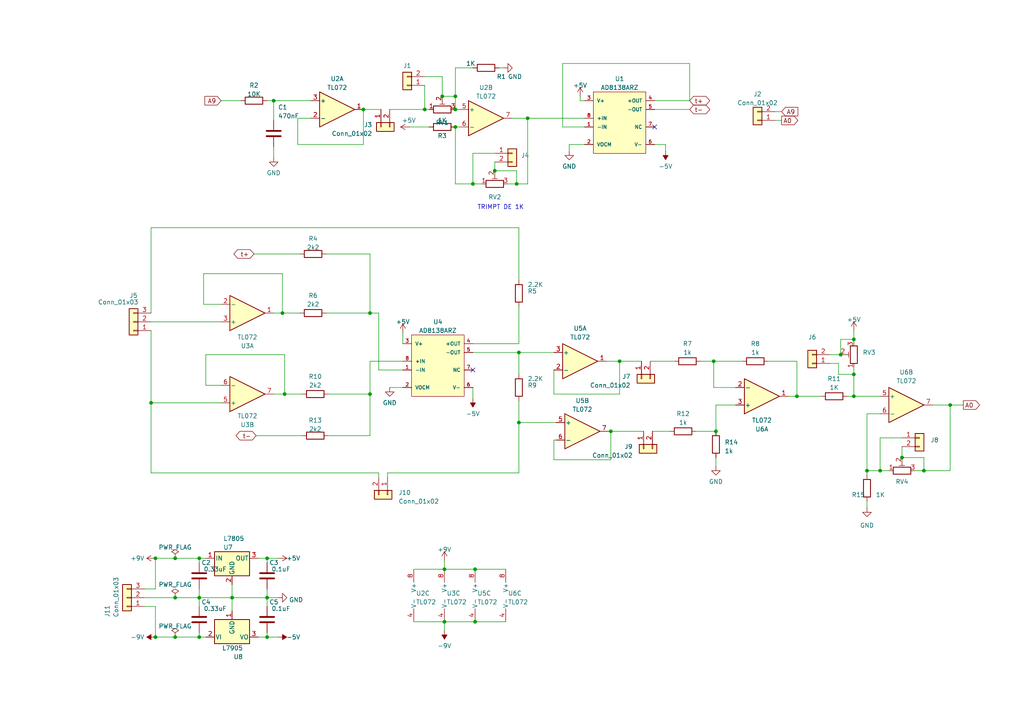
<source format=kicad_sch>
(kicad_sch (version 20230121) (generator eeschema)
  (paper "A4")
  (title_block (title "Fully Differential Potentiostat") (date "2023-05-15") (rev "1.0") (company "Felipe Avila Silva"))
  (lib_symbols
    (symbol "Amplifier_Operational:TL072" (pin_names (offset 0.127))
      (property "Reference" "U" (at 0 5.08 0))
      (property "Value" "TL072" (at 0 -5.08 0))
      (symbol "TL072_1_1"
        (polyline (pts (xy -5.08 5.08) (xy 5.08 0) (xy -5.08 -5.08) (xy -5.08 5.08)) (stroke (width 0.254)) (fill (type background)))
        (pin output line (at 7.62 0 180) (length 2.54) (name "~") (number "1"))
        (pin input line (at -7.62 -2.54 0) (length 2.54) (name "-") (number "2"))
        (pin input line (at -7.62 2.54 0) (length 2.54) (name "+") (number "3"))
      )
      (symbol "TL072_2_1"
        (polyline (pts (xy -5.08 5.08) (xy 5.08 0) (xy -5.08 -5.08) (xy -5.08 5.08)) (stroke (width 0.254)) (fill (type background)))
        (pin input line (at -7.62 2.54 0) (length 2.54) (name "+") (number "5"))
        (pin input line (at -7.62 -2.54 0) (length 2.54) (name "-") (number "6"))
        (pin output line (at 7.62 0 180) (length 2.54) (name "~") (number "7"))
      )
      (symbol "TL072_3_1"
        (pin power_in line (at -2.54 -7.62 90) (length 3.81) (name "V-") (number "4"))
        (pin power_in line (at -2.54 7.62 270) (length 3.81) (name "V+") (number "8"))
      )
    )
    (symbol "Connector_Generic:Conn_01x02" (pin_names (offset 1.016) hide)
      (property "Reference" "J" (at 0 2.54 0))
      (property "Value" "Conn_01x02" (at 0 -5.08 0))
      (symbol "Conn_01x02_1_1"
        (rectangle (start -1.27 -2.413) (end 0 -2.667) (stroke (width 0.1524)))
        (rectangle (start -1.27 0.127) (end 0 -0.127) (stroke (width 0.1524)))
        (rectangle (start -1.27 1.27) (end 1.27 -3.81) (stroke (width 0.254)) (fill (type background)))
        (pin passive line (at -5.08 0 0) (length 3.81) (name "Pin_1") (number "1"))
        (pin passive line (at -5.08 -2.54 0) (length 3.81) (name "Pin_2") (number "2"))
      )
    )
    (symbol "Connector_Generic:Conn_01x03" (pin_names (offset 1.016) hide)
      (property "Reference" "J" (at 0 5.08 0))
      (property "Value" "Conn_01x03" (at 0 -5.08 0))
      (symbol "Conn_01x03_1_1"
        (rectangle (start -1.27 -2.413) (end 0 -2.667) (stroke (width 0.1524)))
        (rectangle (start -1.27 0.127) (end 0 -0.127) (stroke (width 0.1524)))
        (rectangle (start -1.27 2.667) (end 0 2.413) (stroke (width 0.1524)))
        (rectangle (start -1.27 3.81) (end 1.27 -3.81) (stroke (width 0.254)) (fill (type background)))
        (pin passive line (at -5.08 2.54 0) (length 3.81) (name "Pin_1") (number "1"))
        (pin passive line (at -5.08 0 0) (length 3.81) (name "Pin_2") (number "2"))
        (pin passive line (at -5.08 -2.54 0) (length 3.81) (name "Pin_3") (number "3"))
      )
    )
    (symbol "Device:C" (pin_numbers hide) (pin_names (offset 0.254))
      (property "Reference" "C" (at 0.635 2.54 0))
      (property "Value" "C" (at 0.635 -2.54 0))
      (symbol "C_0_1"
        (polyline (pts (xy -2.032 -0.762) (xy 2.032 -0.762)) (stroke (width 0.508)))
        (polyline (pts (xy -2.032 0.762) (xy 2.032 0.762)) (stroke (width 0.508)))
      )
      (symbol "C_1_1"
        (pin passive line (at 0 3.81 270) (length 2.794) (name "~") (number "1"))
        (pin passive line (at 0 -3.81 90) (length 2.794) (name "~") (number "2"))
      )
    )
    (symbol "Device:R" (pin_numbers hide) (pin_names (offset 0))
      (property "Reference" "R" (at 2.032 0 90))
      (property "Value" "R" (at 0 0 90))
      (symbol "R_0_1"
        (rectangle (start -1.016 -2.54) (end 1.016 2.54) (stroke (width 0.254)))
      )
      (symbol "R_1_1"
        (pin passive line (at 0 3.81 270) (length 1.27) (name "~") (number "1"))
        (pin passive line (at 0 -3.81 90) (length 1.27) (name "~") (number "2"))
      )
    )
    (symbol "Device:R_Potentiometer_Trim" (pin_names (offset 1.016) hide)
      (property "Reference" "RV" (at -4.445 0 90))
      (property "Value" "R_Potentiometer_Trim" (at -2.54 0 90))
      (symbol "R_Potentiometer_Trim_0_1"
        (polyline (pts (xy 1.524 0.762) (xy 1.524 -0.762)))
        (polyline (pts (xy 2.54 0) (xy 1.524 0)))
        (rectangle (start 1.016 2.54) (end -1.016 -2.54) (stroke (width 0.254)))
      )
      (symbol "R_Potentiometer_Trim_1_1"
        (pin passive line (at 0 3.81 270) (length 1.27) (name "1") (number "1"))
        (pin passive line (at 3.81 0 180) (length 1.27) (name "2") (number "2"))
        (pin passive line (at 0 -3.81 90) (length 1.27) (name "3") (number "3"))
      )
    )
    (symbol "Regulator_Linear:L7805" (pin_names (offset 0.254))
      (property "Reference" "U" (at -3.81 3.175 0))
      (property "Value" "L7805" (at 0 3.175 0))
      (symbol "L7805_0_1"
        (rectangle (start -5.08 1.905) (end 5.08 -5.08) (stroke (width 0.254)) (fill (type background)))
      )
      (symbol "L7805_1_1"
        (pin power_in line (at -7.62 0 0) (length 2.54) (name "IN") (number "1"))
        (pin power_in line (at 0 -7.62 90) (length 2.54) (name "GND") (number "2"))
        (pin power_out line (at 7.62 0 180) (length 2.54) (name "OUT") (number "3"))
      )
    )
    (symbol "Regulator_Linear:L7905" (pin_names (offset 0.254))
      (property "Reference" "U" (at -3.81 -3.175 0))
      (property "Value" "L7905" (at 0 -3.175 0))
      (symbol "L7905_0_1"
        (rectangle (start -5.08 5.08) (end 5.08 -1.905) (stroke (width 0.254)) (fill (type background)))
      )
      (symbol "L7905_1_1"
        (pin power_in line (at 0 7.62 270) (length 2.54) (name "GND") (number "1"))
        (pin power_in line (at -7.62 0 0) (length 2.54) (name "VI") (number "2"))
        (pin power_out line (at 7.62 0 180) (length 2.54) (name "VO") (number "3"))
      )
    )
    (symbol "eec:AD8138ARZ" (pin_names (offset 1.016))
      (property "Reference" "U" (at 0 5.08 0))
      (property "Value" "AD8138ARZ" (at 0 7.62 0))
      (symbol "AD8138ARZ_1_1"
        (rectangle (start 5.08 2.54) (end 20.32 -15.24) (fill (type background)))
        (pin unspecified line (at 2.54 -7.62 0) (length 2.54) (name "-IN") (number "1"))
        (pin unspecified line (at 2.54 -12.7 0) (length 2.54) (name "VOCM") (number "2"))
        (pin unspecified line (at 2.54 0 0) (length 2.54) (name "V+") (number "3"))
        (pin unspecified line (at 22.86 0 180) (length 2.54) (name "+OUT") (number "4"))
        (pin unspecified line (at 22.86 -2.54 180) (length 2.54) (name "-OUT") (number "5"))
        (pin unspecified line (at 22.86 -12.7 180) (length 2.54) (name "V-") (number "6"))
        (pin unspecified line (at 22.86 -7.62 180) (length 2.54) (name "NC") (number "7"))
        (pin unspecified line (at 2.54 -5.08 0) (length 2.54) (name "+IN") (number "8"))
      )
    )
    (symbol "power:+5V" (power) (pin_names (offset 0))
      (property "Value" "+5V" (at 0 3.556 0))
      (symbol "+5V_0_1"
        (polyline (pts (xy -0.762 1.27) (xy 0 2.54)))
        (polyline (pts (xy 0 0) (xy 0 2.54)))
        (polyline (pts (xy 0 2.54) (xy 0.762 1.27)))
      )
      (symbol "+5V_1_1"
        (pin power_in line (at 0 0 90) (length 0) hide (name "+5V") (number "1"))
      )
    )
    (symbol "power:+9V" (power) (pin_names (offset 0))
      (property "Value" "+9V" (at 0 3.556 0))
      (symbol "+9V_0_1"
        (polyline (pts (xy -0.762 1.27) (xy 0 2.54)))
        (polyline (pts (xy 0 0) (xy 0 2.54)))
        (polyline (pts (xy 0 2.54) (xy 0.762 1.27)))
      )
      (symbol "+9V_1_1"
        (pin power_in line (at 0 0 90) (length 0) hide (name "+9V") (number "1"))
      )
    )
    (symbol "power:-5V" (power) (pin_names (offset 0))
      (property "Value" "-5V" (at 0 3.81 0))
      (symbol "-5V_0_0"
        (pin power_in line (at 0 0 90) (length 0) hide (name "-5V") (number "1"))
      )
      (symbol "-5V_0_1"
        (polyline (pts (xy 0 0) (xy 0 1.27) (xy 0.762 1.27) (xy 0 2.54) (xy -0.762 1.27) (xy 0 1.27)) (fill (type outline)))
      )
    )
    (symbol "power:-9V" (power) (pin_names (offset 0))
      (property "Value" "-9V" (at 0 3.81 0))
      (symbol "-9V_0_1"
        (polyline (pts (xy 0 0) (xy 0 2.54)))
        (polyline (pts (xy 0.762 1.27) (xy -0.762 1.27) (xy 0 2.54) (xy 0.762 1.27)) (fill (type outline)))
      )
      (symbol "-9V_1_1"
        (pin power_in line (at 0 0 90) (length 0) hide (name "-9V") (number "1"))
      )
    )
    (symbol "power:GND" (power) (pin_names (offset 0))
      (property "Value" "GND" (at 0 -3.81 0))
      (symbol "GND_0_1"
        (polyline (pts (xy 0 0) (xy 0 -1.27) (xy 1.27 -1.27) (xy 0 -2.54) (xy -1.27 -1.27) (xy 0 -1.27)))
      )
      (symbol "GND_1_1"
        (pin power_in line (at 0 0 270) (length 0) hide (name "GND") (number "1"))
      )
    )
    (symbol "power:PWR_FLAG" (power) (pin_numbers hide) (pin_names (offset 0) hide)
      (property "Value" "PWR_FLAG" (at 0 3.81 0))
      (symbol "PWR_FLAG_0_0"
        (pin power_out line (at 0 0 90) (length 0) (name "pwr") (number "1"))
      )
      (symbol "PWR_FLAG_0_1"
        (polyline (pts (xy 0 0) (xy 0 1.27) (xy -1.016 1.905) (xy 0 2.54) (xy 1.016 1.905) (xy 0 1.27)))
      )
    )
  )
  (junction (at 177.165 125.095))
  (junction (at 82.55 114.3))
  (junction (at 67.31 173.355))
  (junction (at 267.97 136.525))
  (junction (at 231.14 114.935))
  (junction (at 153.035 34.29))
  (junction (at 150.495 102.235))
  (junction (at 149.86 53.34))
  (junction (at 45.085 161.925))
  (junction (at 207.01 104.775))
  (junction (at 143.51 49.53))
  (junction (at 179.705 104.775))
  (junction (at 57.785 173.355))
  (junction (at 43.815 116.84))
  (junction (at 137.795 180.34))
  (junction (at 132.08 36.83))
  (junction (at 57.785 161.925))
  (junction (at 247.65 108.585))
  (junction (at 105.41 31.75))
  (junction (at 81.915 90.805))
  (junction (at 123.19 31.75))
  (junction (at 137.795 165.1))
  (junction (at 207.645 125.095))
  (junction (at 45.085 184.785))
  (junction (at 247.65 98.425))
  (junction (at 251.46 136.525))
  (junction (at 255.27 136.525))
  (junction (at 50.8 184.785))
  (junction (at 107.315 114.3))
  (junction (at 275.59 117.475))
  (junction (at 107.315 90.805))
  (junction (at 50.8 173.355))
  (junction (at 128.905 180.34))
  (junction (at 137.16 53.34))
  (junction (at 79.375 29.21))
  (junction (at 128.905 165.1))
  (junction (at 128.27 27.94))
  (junction (at 243.84 102.87))
  (junction (at 247.65 114.935))
  (junction (at 77.47 173.355))
  (junction (at 261.62 132.715))
  (junction (at 132.08 31.75))
  (junction (at 77.47 161.925))
  (junction (at 150.495 122.555))
  (junction (at 132.08 27.94))
  (junction (at 57.785 184.785))
  (junction (at 50.8 161.925))
  (junction (at 77.47 184.785))
  (no_connect (at 189.865 36.83))
  (no_connect (at 137.16 107.315))
  (wire (pts (xy 128.905 182.88) (xy 128.905 180.34)))
  (wire (pts (xy 107.315 73.66) (xy 94.615 73.66)))
  (wire (pts (xy 247.65 95.885) (xy 247.65 98.425)))
  (wire (pts (xy 95.25 126.365) (xy 107.315 126.365)))
  (wire (pts (xy 137.16 99.695) (xy 150.495 99.695)))
  (wire (pts (xy 57.785 173.355) (xy 57.785 175.895)))
  (wire (pts (xy 137.16 115.57) (xy 137.16 112.395)))
  (wire (pts (xy 45.085 175.895) (xy 45.085 184.785)))
  (wire (pts (xy 79.375 114.3) (xy 82.55 114.3)))
  (wire (pts (xy 245.745 114.935) (xy 247.65 114.935)))
  (wire (pts (xy 255.27 136.525) (xy 257.81 136.525)))
  (wire (pts (xy 59.69 111.76) (xy 64.135 111.76)))
  (wire (pts (xy 150.495 66.04) (xy 43.815 66.04)))
  (wire (pts (xy 74.93 184.785) (xy 77.47 184.785)))
  (wire (pts (xy 77.47 170.815) (xy 77.47 173.355)))
  (wire (pts (xy 112.395 137.16) (xy 112.395 138.43)))
  (wire (pts (xy 45.085 161.925) (xy 50.8 161.925)))
  (wire (pts (xy 189.865 31.75) (xy 200.025 31.75)))
  (wire (pts (xy 207.645 117.475) (xy 207.645 125.095)))
  (wire (pts (xy 43.815 93.345) (xy 64.135 93.345)))
  (wire (pts (xy 231.14 114.935) (xy 238.125 114.935)))
  (wire (pts (xy 59.055 88.265) (xy 59.055 79.375)))
  (wire (pts (xy 251.46 136.525) (xy 255.27 136.525)))
  (wire (pts (xy 189.865 29.21) (xy 200.025 29.21)))
  (wire (pts (xy 41.91 170.815) (xy 45.085 170.815)))
  (wire (pts (xy 123.19 24.765) (xy 123.19 31.75)))
  (wire (pts (xy 160.655 114.3) (xy 179.705 114.3)))
  (wire (pts (xy 77.47 184.785) (xy 80.645 184.785)))
  (wire (pts (xy 207.01 104.775) (xy 203.2 104.775)))
  (wire (pts (xy 77.47 173.355) (xy 77.47 175.895)))
  (wire (pts (xy 177.165 133.35) (xy 177.165 125.095)))
  (wire (pts (xy 79.375 29.21) (xy 90.17 29.21)))
  (wire (pts (xy 207.01 112.395) (xy 213.36 112.395)))
  (wire (pts (xy 81.915 79.375) (xy 81.915 90.805)))
  (wire (pts (xy 57.785 184.785) (xy 57.785 183.515)))
  (wire (pts (xy 123.19 22.225) (xy 128.27 22.225)))
  (wire (pts (xy 243.205 105.41) (xy 243.205 108.585)))
  (wire (pts (xy 79.375 90.805) (xy 81.915 90.805)))
  (wire (pts (xy 120.015 180.34) (xy 128.905 180.34)))
  (wire (pts (xy 77.47 183.515) (xy 77.47 184.785)))
  (wire (pts (xy 41.91 175.895) (xy 45.085 175.895)))
  (wire (pts (xy 165.1 41.91) (xy 165.1 43.815)))
  (wire (pts (xy 95.25 114.3) (xy 107.315 114.3)))
  (wire (pts (xy 132.08 36.83) (xy 132.08 53.34)))
  (wire (pts (xy 128.905 165.1) (xy 137.795 165.1)))
  (wire (pts (xy 67.31 173.355) (xy 67.31 169.545)))
  (wire (pts (xy 77.47 161.925) (xy 80.645 161.925)))
  (wire (pts (xy 143.51 44.45) (xy 137.16 44.45)))
  (wire (pts (xy 243.84 102.87) (xy 243.84 98.425)))
  (wire (pts (xy 59.69 111.76) (xy 59.69 102.87)))
  (wire (pts (xy 169.545 36.83) (xy 163.195 36.83)))
  (wire (pts (xy 43.815 66.04) (xy 43.815 90.805)))
  (wire (pts (xy 160.655 133.35) (xy 177.165 133.35)))
  (wire (pts (xy 137.16 53.34) (xy 132.08 53.34)))
  (wire (pts (xy 222.885 104.775) (xy 231.14 104.775)))
  (wire (pts (xy 79.375 34.925) (xy 79.375 29.21)))
  (wire (pts (xy 186.055 104.775) (xy 179.705 104.775)))
  (wire (pts (xy 251.46 120.015) (xy 255.27 120.015)))
  (wire (pts (xy 160.655 127.635) (xy 160.655 133.35)))
  (wire (pts (xy 41.91 173.355) (xy 50.8 173.355)))
  (wire (pts (xy 109.855 137.16) (xy 43.815 137.16)))
  (wire (pts (xy 251.46 120.015) (xy 251.46 136.525)))
  (wire (pts (xy 169.545 41.91) (xy 165.1 41.91)))
  (wire (pts (xy 107.315 90.805) (xy 109.855 90.805)))
  (wire (pts (xy 150.495 116.205) (xy 150.495 122.555)))
  (wire (pts (xy 143.51 49.53) (xy 149.86 49.53)))
  (wire (pts (xy 176.53 125.095) (xy 177.165 125.095)))
  (wire (pts (xy 150.495 122.555) (xy 150.495 137.16)))
  (wire (pts (xy 228.6 114.935) (xy 231.14 114.935)))
  (wire (pts (xy 267.97 136.525) (xy 275.59 136.525)))
  (wire (pts (xy 251.46 147.32) (xy 251.46 145.415)))
  (wire (pts (xy 107.315 104.775) (xy 107.315 114.3)))
  (wire (pts (xy 64.135 29.21) (xy 69.85 29.21)))
  (wire (pts (xy 143.51 46.99) (xy 143.51 49.53)))
  (wire (pts (xy 153.035 34.29) (xy 169.545 34.29)))
  (wire (pts (xy 50.8 161.925) (xy 57.785 161.925)))
  (wire (pts (xy 57.785 161.925) (xy 59.69 161.925)))
  (wire (pts (xy 128.905 162.56) (xy 128.905 165.1)))
  (wire (pts (xy 168.275 29.21) (xy 169.545 29.21)))
  (wire (pts (xy 45.085 170.815) (xy 45.085 161.925)))
  (wire (pts (xy 243.205 108.585) (xy 247.65 108.585)))
  (wire (pts (xy 43.815 95.885) (xy 43.815 116.84)))
  (wire (pts (xy 137.795 180.34) (xy 146.685 180.34)))
  (wire (pts (xy 82.55 102.87) (xy 82.55 114.3)))
  (wire (pts (xy 94.615 90.805) (xy 107.315 90.805)))
  (wire (pts (xy 120.015 165.1) (xy 128.905 165.1)))
  (wire (pts (xy 226.695 34.925) (xy 224.79 34.925)))
  (wire (pts (xy 188.595 104.775) (xy 195.58 104.775)))
  (wire (pts (xy 86.36 34.29) (xy 86.36 41.91)))
  (wire (pts (xy 149.86 49.53) (xy 149.86 53.34)))
  (wire (pts (xy 275.59 117.475) (xy 275.59 136.525)))
  (wire (pts (xy 168.275 27.94) (xy 168.275 29.21)))
  (wire (pts (xy 132.08 19.685) (xy 132.08 27.94)))
  (wire (pts (xy 201.93 125.095) (xy 207.645 125.095)))
  (wire (pts (xy 267.97 132.715) (xy 267.97 136.525)))
  (wire (pts (xy 105.41 31.75) (xy 110.49 31.75)))
  (wire (pts (xy 57.785 173.355) (xy 67.31 173.355)))
  (wire (pts (xy 139.7 53.34) (xy 137.16 53.34)))
  (wire (pts (xy 149.86 53.34) (xy 153.035 53.34)))
  (wire (pts (xy 279.4 117.475) (xy 275.59 117.475)))
  (wire (pts (xy 57.785 163.195) (xy 57.785 161.925)))
  (wire (pts (xy 240.665 102.87) (xy 243.84 102.87)))
  (wire (pts (xy 116.84 107.315) (xy 109.855 107.315)))
  (wire (pts (xy 150.495 122.555) (xy 161.29 122.555)))
  (wire (pts (xy 189.23 125.095) (xy 194.31 125.095)))
  (wire (pts (xy 207.645 117.475) (xy 213.36 117.475)))
  (wire (pts (xy 243.84 98.425) (xy 247.65 98.425)))
  (wire (pts (xy 77.47 161.925) (xy 77.47 163.195)))
  (wire (pts (xy 137.16 44.45) (xy 137.16 53.34)))
  (wire (pts (xy 109.855 107.315) (xy 109.855 90.805)))
  (wire (pts (xy 77.47 173.355) (xy 80.645 173.355)))
  (wire (pts (xy 137.795 165.1) (xy 146.685 165.1)))
  (wire (pts (xy 107.315 73.66) (xy 107.315 90.805)))
  (wire (pts (xy 207.01 104.775) (xy 207.01 112.395)))
  (wire (pts (xy 200.025 18.415) (xy 200.025 29.21)))
  (wire (pts (xy 193.04 41.91) (xy 189.865 41.91)))
  (wire (pts (xy 261.62 129.54) (xy 261.62 132.715)))
  (wire (pts (xy 132.08 31.75) (xy 133.35 31.75)))
  (wire (pts (xy 226.695 32.385) (xy 224.79 32.385)))
  (wire (pts (xy 150.495 137.16) (xy 112.395 137.16)))
  (wire (pts (xy 147.32 53.34) (xy 149.86 53.34)))
  (wire (pts (xy 160.655 127.635) (xy 161.29 127.635)))
  (wire (pts (xy 247.65 108.585) (xy 247.65 114.935)))
  (wire (pts (xy 128.27 27.94) (xy 132.08 27.94)))
  (wire (pts (xy 123.19 31.75) (xy 124.46 31.75)))
  (wire (pts (xy 77.47 29.21) (xy 79.375 29.21)))
  (wire (pts (xy 107.315 114.3) (xy 107.315 126.365)))
  (wire (pts (xy 150.495 102.235) (xy 160.655 102.235)))
  (wire (pts (xy 128.905 180.34) (xy 137.795 180.34)))
  (wire (pts (xy 73.66 73.66) (xy 86.995 73.66)))
  (wire (pts (xy 207.645 135.255) (xy 207.645 132.715)))
  (wire (pts (xy 50.8 184.785) (xy 57.785 184.785)))
  (wire (pts (xy 59.055 79.375) (xy 81.915 79.375)))
  (wire (pts (xy 177.165 125.095) (xy 186.69 125.095)))
  (wire (pts (xy 105.41 31.75) (xy 105.41 41.91)))
  (wire (pts (xy 128.27 22.225) (xy 128.27 27.94)))
  (wire (pts (xy 86.36 41.91) (xy 105.41 41.91)))
  (wire (pts (xy 59.69 184.785) (xy 57.785 184.785)))
  (wire (pts (xy 160.655 107.315) (xy 160.655 114.3)))
  (wire (pts (xy 43.815 116.84) (xy 43.815 137.16)))
  (wire (pts (xy 137.16 102.235) (xy 150.495 102.235)))
  (wire (pts (xy 163.195 18.415) (xy 200.025 18.415)))
  (wire (pts (xy 113.03 112.395) (xy 116.84 112.395)))
  (wire (pts (xy 193.04 43.815) (xy 193.04 41.91)))
  (wire (pts (xy 43.815 116.84) (xy 64.135 116.84)))
  (wire (pts (xy 74.93 161.925) (xy 77.47 161.925)))
  (wire (pts (xy 251.46 137.795) (xy 251.46 136.525)))
  (wire (pts (xy 45.085 184.785) (xy 50.8 184.785)))
  (wire (pts (xy 255.27 127) (xy 255.27 136.525)))
  (wire (pts (xy 81.915 90.805) (xy 86.995 90.805)))
  (wire (pts (xy 107.315 104.775) (xy 116.84 104.775)))
  (wire (pts (xy 50.8 173.355) (xy 57.785 173.355)))
  (wire (pts (xy 118.745 36.83) (xy 124.46 36.83)))
  (wire (pts (xy 207.01 104.775) (xy 215.265 104.775)))
  (wire (pts (xy 109.855 138.43) (xy 109.855 137.16)))
  (wire (pts (xy 132.08 27.94) (xy 132.08 31.75)))
  (wire (pts (xy 90.17 34.29) (xy 86.36 34.29)))
  (wire (pts (xy 247.65 106.68) (xy 247.65 108.585)))
  (wire (pts (xy 57.785 170.815) (xy 57.785 173.355)))
  (wire (pts (xy 153.035 34.29) (xy 153.035 53.34)))
  (wire (pts (xy 265.43 136.525) (xy 267.97 136.525)))
  (wire (pts (xy 67.31 177.165) (xy 67.31 173.355)))
  (wire (pts (xy 261.62 132.715) (xy 267.97 132.715)))
  (wire (pts (xy 150.495 88.9) (xy 150.495 99.695)))
  (wire (pts (xy 163.195 36.83) (xy 163.195 18.415)))
  (wire (pts (xy 179.705 104.775) (xy 179.705 114.3)))
  (wire (pts (xy 175.895 104.775) (xy 179.705 104.775)))
  (wire (pts (xy 270.51 117.475) (xy 275.59 117.475)))
  (wire (pts (xy 247.65 98.425) (xy 247.65 99.06)))
  (wire (pts (xy 74.295 126.365) (xy 87.63 126.365)))
  (wire (pts (xy 150.495 66.04) (xy 150.495 81.28)))
  (wire (pts (xy 113.03 31.75) (xy 123.19 31.75)))
  (wire (pts (xy 144.78 19.685) (xy 146.05 19.685)))
  (wire (pts (xy 148.59 34.29) (xy 153.035 34.29)))
  (wire (pts (xy 82.55 114.3) (xy 87.63 114.3)))
  (wire (pts (xy 240.665 105.41) (xy 243.205 105.41)))
  (wire (pts (xy 132.08 19.685) (xy 137.16 19.685)))
  (wire (pts (xy 132.08 36.83) (xy 133.35 36.83)))
  (wire (pts (xy 261.62 127) (xy 255.27 127)))
  (wire (pts (xy 255.27 114.935) (xy 247.65 114.935)))
  (wire (pts (xy 231.14 104.775) (xy 231.14 114.935)))
  (wire (pts (xy 150.495 102.235) (xy 150.495 108.585)))
  (wire (pts (xy 59.055 88.265) (xy 64.135 88.265)))
  (wire (pts (xy 79.375 45.72) (xy 79.375 42.545)))
  (wire (pts (xy 67.31 173.355) (xy 77.47 173.355)))
  (wire (pts (xy 59.69 102.87) (xy 82.55 102.87)))
  (wire (pts (xy 116.84 96.52) (xy 116.84 99.695)))
  (text "TRIMPT DE 1K" (at 138.43 60.96 0) (effects (font (size 1.27 1.27)) (justify left bottom)))
  (global_label "t+" (shape bidirectional) (at 200.025 29.21 0) (property "Intersheetrefs" "${INTERSHEET_REFS}" (effects hide)))
  (global_label "A0" (shape output) (at 226.695 34.925 0) (property "Intersheetrefs" "${INTERSHEET_REFS}" (effects hide)))
  (global_label "t+" (shape bidirectional) (at 73.66 73.66 180) (property "Intersheetrefs" "${INTERSHEET_REFS}" (effects hide)))
  (global_label "A0" (shape output) (at 279.4 117.475 0) (property "Intersheetrefs" "${INTERSHEET_REFS}" (effects hide)))
  (global_label "t-" (shape bidirectional) (at 200.025 31.75 0) (property "Intersheetrefs" "${INTERSHEET_REFS}" (effects hide)))
  (global_label "A9" (shape input) (at 64.135 29.21 180) (property "Intersheetrefs" "${INTERSHEET_REFS}" (effects hide)))
  (global_label "t-" (shape bidirectional) (at 74.295 126.365 180) (property "Intersheetrefs" "${INTERSHEET_REFS}" (effects hide)))
  (global_label "A9" (shape input) (at 226.695 32.385 0) (property "Intersheetrefs" "${INTERSHEET_REFS}" (effects hide)))
  (symbol (lib_id "power:+5V") (at 80.645 161.925 270) (unit 1)
    (property "Reference" "#PWR014" (effects hide))
    (property "Value" "+5V" (at 85.09 161.925 90))
  )
  (symbol (lib_id "power:GND") (at 207.645 135.255 0) (unit 1)
    (property "Reference" "#PWR011" (effects hide))
    (property "Value" "GND" (at 207.645 139.7 0))
  )
  (symbol (lib_id "Device:R") (at 150.495 85.09 180) (unit 1)
    (property "Reference" "R5" (at 153.035 84.455 0) (effects (justify right)))
    (property "Value" "2.2K" (at 153.035 82.55 0) (effects (justify right)))
    (property "Footprint" "Resistor_THT:R_Axial_DIN0207_L6.3mm_D2.5mm_P10.16mm_Horizontal" (effects hide))
  )
  (symbol (lib_id "Device:R") (at 241.935 114.935 270) (unit 1)
    (property "Reference" "R11" (at 241.935 109.855 90))
    (property "Value" "1K" (at 241.935 112.395 90))
    (property "Footprint" "Resistor_THT:R_Axial_DIN0207_L6.3mm_D2.5mm_P10.16mm_Horizontal" (effects hide))
  )
  (symbol (lib_id "power:PWR_FLAG") (at 50.8 173.355 0) (unit 1)
    (property "Reference" "#FLG02" (effects hide))
    (property "Value" "PWR_FLAG" (at 50.8 169.545 0))
  )
  (symbol (lib_id "Amplifier_Operational:TL072") (at 71.755 90.805 0) (mirror x) (unit 1)
    (property "Reference" "U3" (at 71.755 100.33 0))
    (property "Value" "TL072" (at 71.755 97.79 0))
    (property "Footprint" "DIP-8_W7.62mm_Socket_LongPads" (effects hide))
    (property "Datasheet" "http://www.ti.com/lit/ds/symlink/tl071.pdf" (effects hide))
  )
  (symbol (lib_id "power:-5V") (at 193.04 43.815 180) (unit 1)
    (property "Reference" "#PWR05" (effects hide))
    (property "Value" "-5V" (at 193.04 48.26 0))
  )
  (symbol (lib_id "power:GND") (at 165.1 43.815 0) (unit 1)
    (property "Reference" "#PWR04" (effects hide))
    (property "Value" "GND" (at 165.1 48.26 0))
  )
  (symbol (lib_id "Device:R") (at 199.39 104.775 270) (unit 1)
    (property "Reference" "R7" (at 199.39 99.695 90))
    (property "Value" "1k" (at 199.39 102.235 90))
    (property "Footprint" "Resistor_THT:R_Axial_DIN0207_L6.3mm_D2.5mm_P10.16mm_Horizontal" (effects hide))
  )
  (symbol (lib_id "power:+5V") (at 118.745 36.83 90) (unit 1)
    (property "Reference" "#PWR03" (effects hide))
    (property "Value" "+5V" (at 120.65 34.925 90) (effects (justify left)))
  )
  (symbol (lib_id "Connector_Generic:Conn_01x03") (at 36.83 173.355 180) (unit 1)
    (property "Reference" "J11" (at 31.115 179.07 90) (effects (justify right)))
    (property "Value" "Conn_01x03" (at 33.655 179.07 90) (effects (justify right)))
    (property "Footprint" "Connector_PinSocket_2.54mm:PinSocket_1x03_P2.54mm_Vertical" (effects hide))
  )
  (symbol (lib_id "eec:AD8138ARZ") (at 167.005 29.21 0) (unit 1)
    (property "Reference" "U1" (at 179.705 22.86 0))
    (property "Value" "AD8138ARZ" (at 179.705 25.4 0))
    (property "Footprint" "Analog Devices Inc - AD8138ARZ:ANALOG_DEVICES_INC_AD8138ARZ_0" (effects hide))
    (property "Datasheet" "http://www.analog.com/media/en/technical-documentation/data-sheets/AD8138.pdf" (effects hide))
    (property "category" "IC" (effects hide))
    (property "digikey description" "IC AMP DIFF LDIST LP 95MA 8SOIC" (effects hide))
    (property "digikey part number" "AD8138ARZ-ND" (effects hide))
    (property "ipc land pattern name" "SOIC127P600X155-8" (effects hide))
    (property "lead free" "yes" (effects hide))
    (property "library id" "5424f8c07a5c8a82" (effects hide))
    (property "manufacturer" "Analog Devices Inc" (effects hide))
    (property "mouser part number" "584-AD8138ARZ" (effects hide))
    (property "package" "SOIC8" (effects hide))
    (property "rohs" "yes" (effects hide))
    (property "temperature range high" "+85°C" (effects hide))
    (property "temperature range low" "-40°C" (effects hide))
  )
  (symbol (lib_id "power:+5V") (at 168.275 27.94 0) (unit 1)
    (property "Reference" "#PWR02" (effects hide))
    (property "Value" "+5V" (at 168.275 24.765 0))
  )
  (symbol (lib_id "Device:R") (at 198.12 125.095 270) (unit 1)
    (property "Reference" "R12" (at 198.12 120.015 90))
    (property "Value" "1k" (at 198.12 122.555 90))
    (property "Footprint" "Resistor_THT:R_Axial_DIN0207_L6.3mm_D2.5mm_P10.16mm_Horizontal" (effects hide))
  )
  (symbol (lib_id "Amplifier_Operational:TL072") (at 168.91 125.095 0) (unit 2)
    (property "Reference" "U5" (at 168.91 116.205 0))
    (property "Value" "TL072" (at 168.91 118.745 0))
    (property "Footprint" "DIP-8_W7.62mm_Socket_LongPads" (effects hide))
    (property "Datasheet" "http://www.ti.com/lit/ds/symlink/tl071.pdf" (effects hide))
  )
  (symbol (lib_id "Device:C") (at 57.785 167.005 0) (unit 1)
    (property "Reference" "C2" (at 58.42 163.195 0) (effects (justify left)))
    (property "Value" "0.33uF" (at 59.055 165.1 0) (effects (justify left)))
    (property "Footprint" "Capacitor_THT:CP_Radial_D5.0mm_P2.00mm" (effects hide))
  )
  (symbol (lib_id "power:GND") (at 251.46 147.32 0) (unit 1)
    (property "Reference" "#PWR012" (effects hide))
    (property "Value" "GND" (at 251.46 152.4 0))
  )
  (symbol (lib_id "Regulator_Linear:L7805") (at 67.31 161.925 0) (unit 1)
    (property "Reference" "U7" (at 64.77 158.75 0) (effects (justify left)))
    (property "Value" "L7805" (at 64.77 156.21 0) (effects (justify left)))
    (property "Footprint" "l7805:TO255P1020X450X2000-3" (effects hide))
    (property "Datasheet" "http://www.st.com/content/ccc/resource/technical/document/datasheet/41/4f/b3/b0/12/d4/47/88/CD00000444.pdf/files/CD00000444.pdf/jcr:content/translations/en.CD00000444.pdf" (effects hide))
  )
  (symbol (lib_id "Device:R") (at 90.805 90.805 90) (unit 1)
    (property "Reference" "R6" (at 90.805 85.725 90))
    (property "Value" "2k2" (at 90.805 88.265 90))
    (property "Footprint" "Resistor_THT:R_Axial_DIN0207_L6.3mm_D2.5mm_P10.16mm_Horizontal" (effects hide))
  )
  (symbol (lib_id "Amplifier_Operational:TL072") (at 168.275 104.775 0) (unit 1)
    (property "Reference" "U5" (at 168.275 95.25 0))
    (property "Value" "TL072" (at 168.275 97.79 0))
    (property "Footprint" "DIP-8_W7.62mm_Socket_LongPads" (effects hide))
    (property "Datasheet" "http://www.ti.com/lit/ds/symlink/tl071.pdf" (effects hide))
  )
  (symbol (lib_id "power:+9V") (at 128.905 162.56 0) (unit 1)
    (property "Reference" "#PWR015" (effects hide))
    (property "Value" "+9V" (at 128.905 159.385 0))
  )
  (symbol (lib_id "Device:R_Potentiometer_Trim") (at 247.65 102.87 180) (unit 1)
    (property "Reference" "RV3" (at 250.19 102.235 0) (effects (justify right)))
    (property "Value" "R_Potentiometer_Trim" (effects hide))
    (property "Footprint" "Potentiometer_THT:Potentiometer_Bourns_3296W_Vertical" (effects hide))
  )
  (symbol (lib_id "Device:R") (at 140.97 19.685 90) (unit 1)
    (property "Reference" "R1" (at 145.415 22.225 90))
    (property "Value" "1K" (at 136.525 18.415 90))
    (property "Footprint" "Resistor_THT:R_Axial_DIN0207_L6.3mm_D2.5mm_P10.16mm_Horizontal" (effects hide))
  )
  (symbol (lib_id "Connector_Generic:Conn_01x02") (at 118.11 24.765 180) (unit 1)
    (property "Reference" "J1" (at 118.11 19.05 0))
    (property "Value" "Conn_01x02" (effects hide))
    (property "Footprint" "Connector_PinHeader_2.54mm:PinHeader_1x02_P2.54mm_Vertical" (effects hide))
  )
  (symbol (lib_id "eec:AD8138ARZ") (at 114.3 99.695 0) (unit 1)
    (property "Reference" "U4" (at 127 93.345 0))
    (property "Value" "AD8138ARZ" (at 127 95.885 0))
    (property "Footprint" "Analog Devices Inc - AD8138ARZ:ANALOG_DEVICES_INC_AD8138ARZ_0" (effects hide))
    (property "Datasheet" "http://www.analog.com/media/en/technical-documentation/data-sheets/AD8138.pdf" (effects hide))
    (property "category" "IC" (effects hide))
    (property "digikey description" "IC AMP DIFF LDIST LP 95MA 8SOIC" (effects hide))
    (property "digikey part number" "AD8138ARZ-ND" (effects hide))
    (property "ipc land pattern name" "SOIC127P600X155-8" (effects hide))
    (property "lead free" "yes" (effects hide))
    (property "library id" "5424f8c07a5c8a82" (effects hide))
    (property "manufacturer" "Analog Devices Inc" (effects hide))
    (property "mouser part number" "584-AD8138ARZ" (effects hide))
    (property "package" "SOIC8" (effects hide))
    (property "rohs" "yes" (effects hide))
    (property "temperature range high" "+85°C" (effects hide))
    (property "temperature range low" "-40°C" (effects hide))
  )
  (symbol (lib_id "power:PWR_FLAG") (at 50.8 161.925 0) (unit 1)
    (property "Reference" "#FLG01" (effects hide))
    (property "Value" "PWR_FLAG" (at 50.8 158.75 0))
  )
  (symbol (lib_id "power:-5V") (at 80.645 184.785 270) (unit 1)
    (property "Reference" "#PWR019" (effects hide))
    (property "Value" "-5V" (at 85.09 184.785 90))
  )
  (symbol (lib_id "Device:R") (at 251.46 141.605 0) (unit 1)
    (property "Reference" "R15" (at 247.015 143.51 0) (effects (justify left)))
    (property "Value" "1K" (at 254 143.51 0) (effects (justify left)))
    (property "Footprint" "Resistor_THT:R_Axial_DIN0207_L6.3mm_D2.5mm_P10.16mm_Horizontal" (effects hide))
  )
  (symbol (lib_id "Device:C") (at 77.47 179.705 0) (unit 1)
    (property "Reference" "C5" (at 78.105 174.625 0) (effects (justify left)))
    (property "Value" "0.1uF" (at 78.74 176.53 0) (effects (justify left)))
    (property "Footprint" "Capacitor_THT:CP_Radial_D5.0mm_P2.00mm" (effects hide))
  )
  (symbol (lib_id "Device:R") (at 90.805 73.66 90) (unit 1)
    (property "Reference" "R4" (at 90.805 69.215 90))
    (property "Value" "2k2" (at 90.805 71.755 90))
    (property "Footprint" "Resistor_THT:R_Axial_DIN0207_L6.3mm_D2.5mm_P10.16mm_Horizontal" (effects hide))
  )
  (symbol (lib_id "Device:R") (at 91.44 114.3 90) (unit 1)
    (property "Reference" "R10" (at 91.44 109.22 90))
    (property "Value" "2k2" (at 91.44 111.76 90))
    (property "Footprint" "Resistor_THT:R_Axial_DIN0207_L6.3mm_D2.5mm_P10.16mm_Horizontal" (effects hide))
  )
  (symbol (lib_id "Amplifier_Operational:TL072") (at 262.89 117.475 0) (unit 2)
    (property "Reference" "U6" (at 262.89 107.95 0))
    (property "Value" "TL072" (at 262.89 110.49 0))
    (property "Footprint" "DIP-8_W7.62mm_Socket_LongPads" (effects hide))
    (property "Datasheet" "http://www.ti.com/lit/ds/symlink/tl071.pdf" (effects hide))
  )
  (symbol (lib_id "Device:R") (at 219.075 104.775 270) (unit 1)
    (property "Reference" "R8" (at 219.075 99.695 90))
    (property "Value" "1k" (at 219.075 102.235 90))
    (property "Footprint" "Resistor_THT:R_Axial_DIN0207_L6.3mm_D2.5mm_P10.16mm_Horizontal" (effects hide))
  )
  (symbol (lib_id "power:-9V") (at 45.085 184.785 90) (unit 1)
    (property "Reference" "#PWR018" (effects hide))
    (property "Value" "-9V" (at 41.91 184.785 90) (effects (justify left)))
  )
  (symbol (lib_id "Device:C") (at 77.47 167.005 0) (unit 1)
    (property "Reference" "C3" (at 78.105 163.195 0) (effects (justify left)))
    (property "Value" "0.1uF" (at 78.74 165.1 0) (effects (justify left)))
    (property "Footprint" "Capacitor_THT:CP_Radial_D5.0mm_P2.00mm" (effects hide))
  )
  (symbol (lib_id "Connector_Generic:Conn_01x02") (at 235.585 105.41 180) (unit 1)
    (property "Reference" "J6" (at 235.585 97.79 0))
    (property "Value" "Conn_01x02" (effects hide))
    (property "Footprint" "Connector_PinHeader_2.54mm:PinHeader_1x02_P2.54mm_Vertical" (effects hide))
  )
  (symbol (lib_id "power:PWR_FLAG") (at 50.8 184.785 0) (unit 1)
    (property "Reference" "#FLG03" (effects hide))
    (property "Value" "PWR_FLAG" (at 50.8 181.61 0))
  )
  (symbol (lib_id "Connector_Generic:Conn_01x02") (at 186.69 130.175 90) (mirror x) (unit 1)
    (property "Reference" "J9" (at 183.515 129.54 90) (effects (justify left)))
    (property "Value" "Conn_01x02" (at 183.515 132.08 90) (effects (justify left)))
    (property "Footprint" "Connector_PinHeader_2.54mm:PinHeader_1x02_P2.54mm_Vertical" (effects hide))
  )
  (symbol (lib_id "Device:R_Potentiometer_Trim") (at 143.51 53.34 90) (unit 1)
    (property "Reference" "RV2" (at 143.51 57.15 90))
    (property "Value" "R_Potentiometer_Trim" (effects hide))
    (property "Footprint" "Potentiometer_THT:Potentiometer_Bourns_3296W_Vertical" (effects hide))
  )
  (symbol (lib_id "Device:R") (at 128.27 36.83 90) (unit 1)
    (property "Reference" "R3" (at 128.27 39.37 90))
    (property "Value" "1K" (at 128.27 34.925 90))
    (property "Footprint" "Resistor_THT:R_Axial_DIN0207_L6.3mm_D2.5mm_P10.16mm_Horizontal" (effects hide))
  )
  (symbol (lib_id "power:GND") (at 80.645 173.355 90) (unit 1)
    (property "Reference" "#PWR016" (effects hide))
    (property "Value" "GND" (at 83.82 173.99 90) (effects (justify right)))
  )
  (symbol (lib_id "Device:R") (at 150.495 112.395 180) (unit 1)
    (property "Reference" "R9" (at 153.035 111.76 0) (effects (justify right)))
    (property "Value" "2.2K" (at 153.035 109.855 0) (effects (justify right)))
    (property "Footprint" "Resistor_THT:R_Axial_DIN0207_L6.3mm_D2.5mm_P10.16mm_Horizontal" (effects hide))
  )
  (symbol (lib_id "Device:C") (at 79.375 38.735 0) (unit 1)
    (property "Reference" "C1" (at 80.645 31.115 0) (effects (justify left)))
    (property "Value" "470nF" (at 80.645 33.655 0) (effects (justify left)))
    (property "Footprint" "Capacitor_THT:C_Rect_L19.0mm_W6.0mm_P15.00mm_MKS4" (effects hide))
  )
  (symbol (lib_id "power:GND") (at 146.05 19.685 90) (unit 1)
    (property "Reference" "#PWR01" (effects hide))
    (property "Value" "GND" (at 147.32 22.225 90) (effects (justify right)))
  )
  (symbol (lib_id "Device:R") (at 207.645 128.905 0) (unit 1)
    (property "Reference" "R14" (at 210.185 128.27 0) (effects (justify left)))
    (property "Value" "1k" (at 210.185 130.81 0) (effects (justify left)))
    (property "Footprint" "Resistor_THT:R_Axial_DIN0207_L6.3mm_D2.5mm_P10.16mm_Horizontal" (effects hide))
  )
  (symbol (lib_id "Connector_Generic:Conn_01x02") (at 219.71 34.925 180) (unit 1)
    (property "Reference" "J2" (at 219.71 27.305 0))
    (property "Value" "Conn_01x02" (at 219.71 29.845 0))
    (property "Footprint" "Connector_PinHeader_2.54mm:PinHeader_1x02_P2.54mm_Vertical" (effects hide))
  )
  (symbol (lib_id "Device:R_Potentiometer_Trim") (at 128.27 31.75 90) (unit 1)
    (property "Reference" "RV1" (at 128.27 35.56 90))
    (property "Value" "R_Potentiometer_Trim" (effects hide))
    (property "Footprint" "Potentiometer_THT:Potentiometer_Bourns_3296W_Vertical" (effects hide))
  )
  (symbol (lib_id "power:+5V") (at 247.65 95.885 0) (unit 1)
    (property "Reference" "#PWR07" (effects hide))
    (property "Value" "+5V" (at 247.65 92.71 0))
  )
  (symbol (lib_id "power:+5V") (at 116.84 96.52 0) (unit 1)
    (property "Reference" "#PWR08" (effects hide))
    (property "Value" "+5V" (at 116.84 93.345 0))
  )
  (symbol (lib_id "Connector_Generic:Conn_01x02") (at 186.055 109.855 90) (mirror x) (unit 1)
    (property "Reference" "J7" (at 182.88 109.22 90) (effects (justify left)))
    (property "Value" "Conn_01x02" (at 182.88 111.76 90) (effects (justify left)))
    (property "Footprint" "Connector_PinHeader_2.54mm:PinHeader_1x02_P2.54mm_Vertical" (effects hide))
  )
  (symbol (lib_id "Amplifier_Operational:TL072") (at 97.79 31.75 0) (unit 1)
    (property "Reference" "U2" (at 97.79 22.86 0))
    (property "Value" "TL072" (at 97.79 25.4 0))
    (property "Footprint" "DIP-8_W7.62mm_Socket_LongPads" (effects hide))
    (property "Datasheet" "http://www.ti.com/lit/ds/symlink/tl071.pdf" (effects hide))
  )
  (symbol (lib_id "Regulator_Linear:L7905") (at 67.31 184.785 0) (unit 1)
    (property "Reference" "U8" (at 70.485 190.5 0) (effects (justify right)))
    (property "Value" "L7905" (at 70.485 187.96 0) (effects (justify right)))
    (property "Footprint" "l7805:TO255P1020X450X2000-3" (effects hide))
    (property "Datasheet" "http://www.st.com/content/ccc/resource/technical/document/datasheet/c9/16/86/41/c7/2b/45/f2/CD00000450.pdf/files/CD00000450.pdf/jcr:content/translations/en.CD00000450.pdf" (effects hide))
  )
  (symbol (lib_id "Device:R") (at 73.66 29.21 90) (unit 1)
    (property "Reference" "R2" (at 73.66 24.765 90))
    (property "Value" "10K" (at 73.66 27.305 90))
    (property "Footprint" "Resistor_THT:R_Axial_DIN0207_L6.3mm_D2.5mm_P10.16mm_Horizontal" (effects hide))
  )
  (symbol (lib_id "Connector_Generic:Conn_01x02") (at 110.49 36.83 90) (mirror x) (unit 1)
    (property "Reference" "J3" (at 107.95 36.195 90) (effects (justify left)))
    (property "Value" "Conn_01x02" (at 107.95 38.735 90) (effects (justify left)))
    (property "Footprint" "Connector_PinHeader_2.54mm:PinHeader_1x02_P2.54mm_Vertical" (effects hide))
  )
  (symbol (lib_id "power:GND") (at 79.375 45.72 0) (unit 1)
    (property "Reference" "#PWR06" (effects hide))
    (property "Value" "GND" (at 79.375 50.165 0))
  )
  (symbol (lib_id "Connector_Generic:Conn_01x02") (at 112.395 143.51 270) (unit 1)
    (property "Reference" "J10" (at 115.57 142.875 90) (effects (justify left)))
    (property "Value" "Conn_01x02" (at 115.57 145.415 90) (effects (justify left)))
    (property "Footprint" "Connector_PinHeader_2.54mm:PinHeader_1x02_P2.54mm_Vertical" (effects hide))
  )
  (symbol (lib_id "Connector_Generic:Conn_01x03") (at 38.735 93.345 180) (unit 1)
    (property "Reference" "J5" (at 38.735 85.725 0))
    (property "Value" "Conn_01x03" (at 34.29 87.63 0))
    (property "Footprint" "Connector_PinSocket_2.54mm:PinSocket_1x03_P2.54mm_Vertical" (effects hide))
  )
  (symbol (lib_id "Amplifier_Operational:TL072") (at 71.755 114.3 0) (mirror x) (unit 2)
    (property "Reference" "U3" (at 71.755 123.19 0))
    (property "Value" "TL072" (at 71.755 120.65 0))
    (property "Footprint" "DIP-8_W7.62mm_Socket_LongPads" (effects hide))
    (property "Datasheet" "http://www.ti.com/lit/ds/symlink/tl071.pdf" (effects hide))
  )
  (symbol (lib_id "Amplifier_Operational:TL072") (at 140.335 172.72 0) (unit 3)
    (property "Reference" "U5" (at 138.43 172.085 0) (effects (justify left)))
    (property "Value" "TL072" (at 138.43 174.625 0) (effects (justify left)))
    (property "Footprint" "DIP-8_W7.62mm_Socket_LongPads" (effects hide))
    (property "Datasheet" "http://www.ti.com/lit/ds/symlink/tl071.pdf" (effects hide))
  )
  (symbol (lib_id "Connector_Generic:Conn_01x02") (at 148.59 44.45 0) (unit 1)
    (property "Reference" "J4" (at 151.13 45.085 0) (effects (justify left)))
    (property "Value" "Conn_01x02" (effects hide))
    (property "Footprint" "Connector_PinHeader_2.54mm:PinHeader_1x02_P2.54mm_Vertical" (effects hide))
  )
  (symbol (lib_id "power:-5V") (at 137.16 115.57 180) (unit 1)
    (property "Reference" "#PWR010" (effects hide))
    (property "Value" "-5V" (at 137.16 120.015 0))
  )
  (symbol (lib_id "Amplifier_Operational:TL072") (at 140.97 34.29 0) (unit 2)
    (property "Reference" "U2" (at 140.97 25.4 0))
    (property "Value" "TL072" (at 140.97 27.94 0))
    (property "Footprint" "DIP-8_W7.62mm_Socket_LongPads" (effects hide))
    (property "Datasheet" "http://www.ti.com/lit/ds/symlink/tl071.pdf" (effects hide))
  )
  (symbol (lib_id "Amplifier_Operational:TL072") (at 220.98 114.935 0) (mirror x) (unit 1)
    (property "Reference" "U6" (at 220.98 124.46 0))
    (property "Value" "TL072" (at 220.98 121.92 0))
    (property "Footprint" "DIP-8_W7.62mm_Socket_LongPads" (effects hide))
    (property "Datasheet" "http://www.ti.com/lit/ds/symlink/tl071.pdf" (effects hide))
  )
  (symbol (lib_id "Connector_Generic:Conn_01x02") (at 266.7 127 0) (unit 1)
    (property "Reference" "J8" (at 269.875 127.635 0) (effects (justify left)))
    (property "Value" "Conn_01x02" (effects hide))
    (property "Footprint" "Connector_PinHeader_2.54mm:PinHeader_1x02_P2.54mm_Vertical" (effects hide))
  )
  (symbol (lib_id "power:+9V") (at 45.085 161.925 90) (unit 1)
    (property "Reference" "#PWR013" (effects hide))
    (property "Value" "+9V" (at 41.91 161.925 90) (effects (justify left)))
  )
  (symbol (lib_id "Device:R") (at 91.44 126.365 90) (unit 1)
    (property "Reference" "R13" (at 91.44 121.92 90))
    (property "Value" "2k2" (at 91.44 124.46 90))
    (property "Footprint" "Resistor_THT:R_Axial_DIN0207_L6.3mm_D2.5mm_P10.16mm_Horizontal" (effects hide))
  )
  (symbol (lib_id "Device:C") (at 57.785 179.705 0) (unit 1)
    (property "Reference" "C4" (at 58.42 174.625 0) (effects (justify left)))
    (property "Value" "0.33uF" (at 59.055 176.53 0) (effects (justify left)))
    (property "Footprint" "Capacitor_THT:CP_Radial_D5.0mm_P2.00mm" (effects hide))
  )
  (symbol (lib_id "Amplifier_Operational:TL072") (at 131.445 172.72 0) (unit 3)
    (property "Reference" "U3" (at 129.54 172.085 0) (effects (justify left)))
    (property "Value" "TL072" (at 129.54 174.625 0) (effects (justify left)))
    (property "Footprint" "DIP-8_W7.62mm_Socket_LongPads" (effects hide))
    (property "Datasheet" "http://www.ti.com/lit/ds/symlink/tl071.pdf" (effects hide))
  )
  (symbol (lib_id "Amplifier_Operational:TL072") (at 149.225 172.72 0) (unit 3)
    (property "Reference" "U6" (at 147.32 172.085 0) (effects (justify left)))
    (property "Value" "TL072" (at 147.32 174.625 0) (effects (justify left)))
    (property "Footprint" "DIP-8_W7.62mm_Socket_LongPads" (effects hide))
    (property "Datasheet" "http://www.ti.com/lit/ds/symlink/tl071.pdf" (effects hide))
  )
  (symbol (lib_id "power:-9V") (at 128.905 182.88 180) (unit 1)
    (property "Reference" "#PWR017" (effects hide))
    (property "Value" "-9V" (at 128.905 187.325 0))
  )
  (symbol (lib_id "Device:R_Potentiometer_Trim") (at 261.62 136.525 90) (unit 1)
    (property "Reference" "RV4" (at 261.62 139.7 90))
    (property "Value" "R_Potentiometer_Trim" (effects hide))
    (property "Footprint" "Potentiometer_THT:Potentiometer_Bourns_3296W_Vertical" (effects hide))
  )
  (symbol (lib_id "Amplifier_Operational:TL072") (at 122.555 172.72 0) (unit 3)
    (property "Reference" "U2" (at 120.65 172.085 0) (effects (justify left)))
    (property "Value" "TL072" (at 120.65 174.625 0) (effects (justify left)))
    (property "Footprint" "DIP-8_W7.62mm_Socket_LongPads" (effects hide))
    (property "Datasheet" "http://www.ti.com/lit/ds/symlink/tl071.pdf" (effects hide))
  )
  (symbol (lib_id "power:GND") (at 113.03 112.395 0) (unit 1)
    (property "Reference" "#PWR09" (effects hide))
    (property "Value" "GND" (at 113.03 116.84 0))
  )
)
</source>
